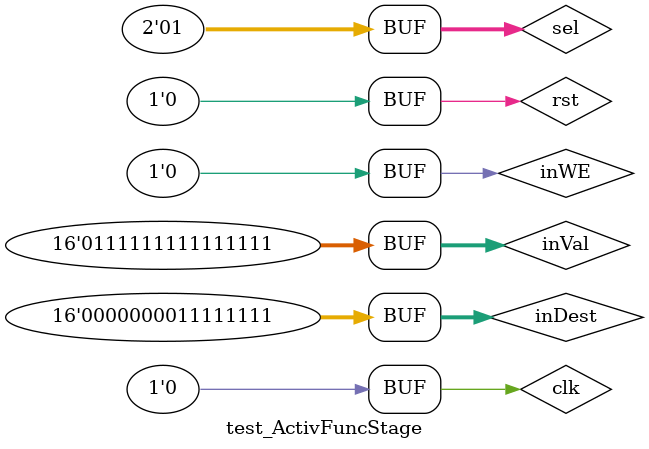
<source format=v>
`timescale 1ns / 1ps


module test_ActivFuncStage;

	// Inputs
	reg [15:0] inVal;
	reg [1:0] sel;
	reg [15:0] inDest;
	reg inWE;
	reg rst;
	reg clk;

	// Outputs
	wire [15:0] outVal;
	wire outDest;
	wire outWE;

	// Instantiate the Unit Under Test (UUT)
	mod_ActivFuncStage uut (
		.inVal(inVal), 
		.sel(sel), 
		.outVal(outVal), 
		.inDest(inDest), 
		.outDest(outDest), 
		.inWE(inWE), 
		.outWE(outWE), 
		.rst(rst), 
		.clk(clk)
	);

	initial begin
		// Initialize Inputs
		inVal = 16'h7fff;
		sel = 2'b01;
		inDest = 16'h00ff;
		inWE = 0;
		rst = 0;
		clk = 0;

		// Wait 100 ns for global reset to finish
		#100;
      rst = 1;
		#100;
		rst = 0;
		
		
		#100;
		clk = 1;
		#100;
		clk = 0;
		#100;
		clk = 1;
		#100;
		clk = 0;
		inWE = 1;
		#100;
		clk = 1;
		#100;
		clk = 0;
		inWE = 0;
		#100;
		clk = 1;
		#100;
		clk = 0;
		#100;
		clk = 1;
		#100;
		clk = 0;
		
		// Add stimulus here

	end
      
endmodule


</source>
